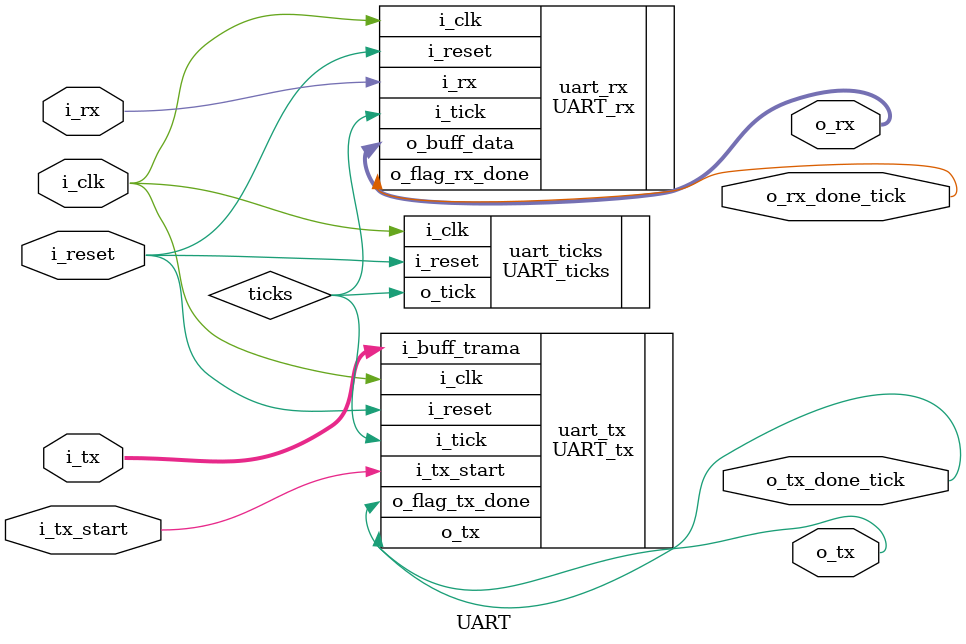
<source format=v>
`timescale 1ns / 1ps

module UART
#(
	parameter TRAMA_SIZE  = 8 //tama�o de la trama
)
(
	input wire i_clk,
	input wire i_reset,
	input wire i_rx,
	input wire [TRAMA_SIZE-1:0] i_tx, 
	input wire i_tx_start,
	output wire [TRAMA_SIZE-1:0] o_rx,
	output wire o_rx_done_tick,
	output wire o_tx,
	output wire o_tx_done_tick
);

	wire ticks;

	UART_ticks uart_ticks (
		.i_clk(i_clk),
		.i_reset(i_reset),
		.o_tick(ticks)
	);

	UART_rx uart_rx (
		.i_clk(i_clk),
		.i_reset(i_reset),
		.i_rx(i_rx),
		.i_tick(ticks),
		.o_flag_rx_done(o_rx_done_tick),
		.o_buff_data(o_rx)
	);

	UART_tx uart_tx (
		.i_clk(i_clk),
		.i_reset(i_reset),
		.i_tx_start(i_tx_start),
		.i_tick(ticks),
		.i_buff_trama(i_tx),
		.o_flag_tx_done(o_tx_done_tick),
		.o_tx(o_tx)
	);    

	endmodule

</source>
